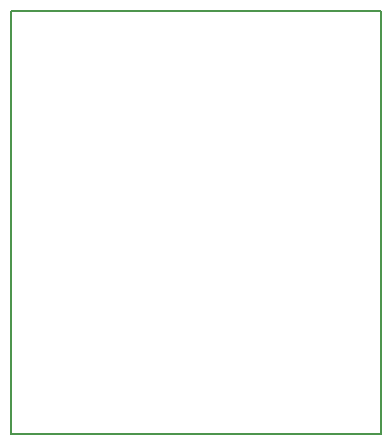
<source format=gko>
G04*
G04 #@! TF.GenerationSoftware,Altium Limited,Altium Designer,22.2.1 (43)*
G04*
G04 Layer_Color=16711935*
%FSTAX25Y25*%
%MOIN*%
G70*
G04*
G04 #@! TF.SameCoordinates,2F0A99F2-06B0-42B4-AD1F-80CD01153156*
G04*
G04*
G04 #@! TF.FilePolarity,Positive*
G04*
G01*
G75*
%ADD13C,0.00787*%
D13*
X0Y0D02*
Y0141D01*
Y0D02*
X01235D01*
Y0141D01*
X0D02*
X01235D01*
M02*

</source>
